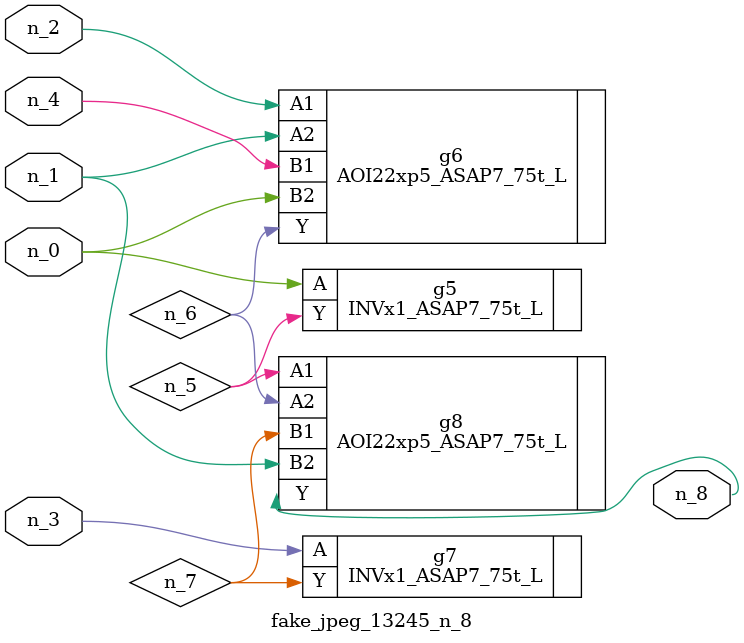
<source format=v>
module fake_jpeg_13245_n_8 (n_3, n_2, n_1, n_0, n_4, n_8);

input n_3;
input n_2;
input n_1;
input n_0;
input n_4;

output n_8;

wire n_6;
wire n_5;
wire n_7;

INVx1_ASAP7_75t_L g5 ( 
.A(n_0),
.Y(n_5)
);

AOI22xp5_ASAP7_75t_L g6 ( 
.A1(n_2),
.A2(n_1),
.B1(n_4),
.B2(n_0),
.Y(n_6)
);

INVx1_ASAP7_75t_L g7 ( 
.A(n_3),
.Y(n_7)
);

AOI22xp5_ASAP7_75t_L g8 ( 
.A1(n_5),
.A2(n_6),
.B1(n_7),
.B2(n_1),
.Y(n_8)
);


endmodule
</source>
